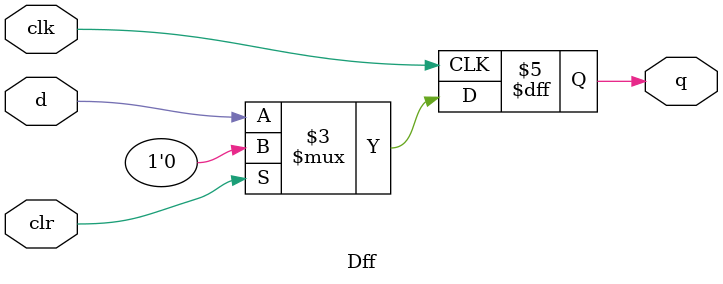
<source format=v>
`timescale 1ns / 1ps


module Dff ( d,q,clk,clr);

    input d,clk,clr;
    output reg q;

    always @(posedge clk)
	   begin
		  if(clr) q <= 1'b0;
		  else q <= d;
	   end

endmodule
</source>
